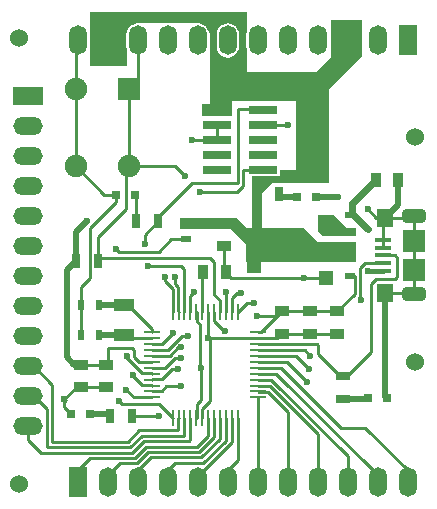
<source format=gtl>
G04 Layer_Physical_Order=1*
G04 Layer_Color=255*
%FSLAX44Y44*%
%MOMM*%
G71*
G01*
G75*
%ADD10R,1.3000X1.3000*%
%ADD11R,1.3000X3.8000*%
%ADD12R,1.3500X0.4000*%
%ADD13R,1.4000X1.6000*%
%ADD14R,1.9000X1.9000*%
%ADD15R,2.4000X0.7400*%
%ADD16R,0.2900X1.3500*%
%ADD17R,1.3500X0.2900*%
%ADD18R,1.3000X0.9000*%
%ADD19R,0.7000X1.3000*%
%ADD20R,0.9000X0.6000*%
%ADD21R,0.9000X1.3000*%
%ADD22R,0.8000X0.8000*%
%ADD23R,1.3000X0.7000*%
%ADD24R,1.8000X1.0000*%
%ADD25R,0.6000X0.9000*%
%ADD26C,0.2540*%
%ADD27C,0.5000*%
%ADD28C,0.4000*%
%ADD29C,0.6000*%
%ADD30C,1.5240*%
%ADD31O,1.5000X2.5000*%
%ADD32R,1.5000X2.5000*%
G04:AMPARAMS|DCode=33|XSize=2mm|YSize=1.2mm|CornerRadius=0.36mm|HoleSize=0mm|Usage=FLASHONLY|Rotation=180.000|XOffset=0mm|YOffset=0mm|HoleType=Round|Shape=RoundedRectangle|*
%AMROUNDEDRECTD33*
21,1,2.0000,0.4800,0,0,180.0*
21,1,1.2800,1.2000,0,0,180.0*
1,1,0.7200,-0.6400,0.2400*
1,1,0.7200,0.6400,0.2400*
1,1,0.7200,0.6400,-0.2400*
1,1,0.7200,-0.6400,-0.2400*
%
%ADD33ROUNDEDRECTD33*%
%ADD34O,2.5000X1.5000*%
%ADD35R,2.5000X1.5000*%
%ADD36C,1.9000*%
%ADD37C,0.6000*%
G36*
X538000Y473000D02*
X546000Y473000D01*
Y466000D01*
X518000D01*
X514000Y470000D01*
Y484000D01*
X527000D01*
X538000Y473000D01*
D02*
G37*
G36*
X454000Y640905D02*
X453413Y639488D01*
X453086Y637000D01*
Y627000D01*
X453413Y624512D01*
X454000Y623095D01*
Y605000D01*
X512000Y605000D01*
X525000Y618000D01*
Y649000D01*
X551000Y649000D01*
X551000Y619000D01*
X523000Y591000D01*
Y511000D01*
X475000D01*
X466000Y502000D01*
Y473000D01*
X502000D01*
X514000Y461000D01*
X546000Y461000D01*
X546000Y444000D01*
X453000Y444000D01*
X453000Y459000D01*
X440000Y472000D01*
X397000D01*
Y482000D01*
X445000D01*
X454000Y473000D01*
X458000D01*
Y516828D01*
X479500D01*
X480293Y516986D01*
X480965Y517435D01*
X481414Y518107D01*
X481572Y518900D01*
Y522000D01*
X495000D01*
Y581000D01*
X441000Y581000D01*
X441000Y568000D01*
X416000D01*
X416000Y578000D01*
X422000D01*
Y638000D01*
X421289Y638711D01*
X421187Y639488D01*
X420226Y641807D01*
X418698Y643798D01*
X416707Y645326D01*
X414388Y646287D01*
X413611Y646389D01*
X413000Y647000D01*
X360000D01*
X359466Y646399D01*
X358612Y646287D01*
X356293Y645326D01*
X354302Y643798D01*
X352774Y641807D01*
X351813Y639488D01*
X351486Y637000D01*
Y627000D01*
X351813Y624512D01*
X352000Y624061D01*
Y610000D01*
X321000D01*
Y656000D01*
X454000D01*
Y640905D01*
D02*
G37*
%LPC*%
G36*
X437300Y646614D02*
X434812Y646287D01*
X432493Y645326D01*
X430502Y643798D01*
X428974Y641807D01*
X428013Y639488D01*
X427686Y637000D01*
Y627000D01*
X428013Y624512D01*
X428974Y622193D01*
X430502Y620202D01*
X432493Y618674D01*
X434812Y617713D01*
X437300Y617386D01*
X439788Y617713D01*
X442107Y618674D01*
X444098Y620202D01*
X445626Y622193D01*
X446587Y624512D01*
X446914Y627000D01*
Y637000D01*
X446587Y639488D01*
X445626Y641807D01*
X444098Y643798D01*
X442107Y645326D01*
X439788Y646287D01*
X437300Y646614D01*
D02*
G37*
%LPD*%
D10*
X520500Y477000D02*
D03*
Y454000D02*
D03*
Y431000D02*
D03*
D11*
X459500Y454000D02*
D03*
D12*
X568625Y437000D02*
D03*
Y443500D02*
D03*
Y450000D02*
D03*
Y456500D02*
D03*
Y463000D02*
D03*
D13*
X570875Y418000D02*
D03*
Y482000D02*
D03*
D14*
X595375Y438000D02*
D03*
Y462000D02*
D03*
X353500Y590500D02*
D03*
D15*
X467500Y522600D02*
D03*
Y535300D02*
D03*
Y548000D02*
D03*
Y560700D02*
D03*
Y573400D02*
D03*
X428500Y522600D02*
D03*
Y535300D02*
D03*
Y548000D02*
D03*
Y560700D02*
D03*
Y573400D02*
D03*
D16*
X390760Y402230D02*
D03*
X395760D02*
D03*
X400760D02*
D03*
X405760D02*
D03*
X410760D02*
D03*
X415760D02*
D03*
X420760D02*
D03*
X425760D02*
D03*
X430760D02*
D03*
X435760D02*
D03*
X440760D02*
D03*
X445760D02*
D03*
Y312230D02*
D03*
X440760D02*
D03*
X435760D02*
D03*
X430760D02*
D03*
X425760D02*
D03*
X420760D02*
D03*
X415760D02*
D03*
X410760D02*
D03*
X405760D02*
D03*
X400760D02*
D03*
X395760D02*
D03*
X390760D02*
D03*
D17*
X463260Y384730D02*
D03*
Y379730D02*
D03*
Y374730D02*
D03*
Y369730D02*
D03*
Y364730D02*
D03*
Y359730D02*
D03*
Y354730D02*
D03*
Y349730D02*
D03*
Y344730D02*
D03*
Y339730D02*
D03*
Y334730D02*
D03*
Y329730D02*
D03*
X373260D02*
D03*
Y334730D02*
D03*
Y339730D02*
D03*
Y344730D02*
D03*
Y349730D02*
D03*
Y354730D02*
D03*
Y359730D02*
D03*
Y364730D02*
D03*
Y369730D02*
D03*
Y374730D02*
D03*
Y379730D02*
D03*
Y384730D02*
D03*
D18*
X313000Y338500D02*
D03*
Y357500D02*
D03*
X334000Y338500D02*
D03*
Y357500D02*
D03*
X434000Y476500D02*
D03*
Y457500D02*
D03*
X507000Y383500D02*
D03*
Y402500D02*
D03*
X483000Y383500D02*
D03*
Y402500D02*
D03*
X530000Y383500D02*
D03*
Y402500D02*
D03*
D19*
X327500Y445000D02*
D03*
X308500D02*
D03*
X480500Y502000D02*
D03*
X461500D02*
D03*
X337500Y314000D02*
D03*
X356500D02*
D03*
X359500Y479000D02*
D03*
X378500D02*
D03*
D20*
X402000Y463500D02*
D03*
Y478500D02*
D03*
X541000Y432500D02*
D03*
Y447500D02*
D03*
Y469500D02*
D03*
Y484500D02*
D03*
D21*
X435500Y436000D02*
D03*
X416500D02*
D03*
X581500Y514000D02*
D03*
X562500D02*
D03*
D22*
X496000Y499000D02*
D03*
X512000D02*
D03*
X321000Y316000D02*
D03*
X305000D02*
D03*
X359000Y501000D02*
D03*
X343000D02*
D03*
X556000Y329000D02*
D03*
X572000D02*
D03*
D23*
X535000Y328500D02*
D03*
Y347500D02*
D03*
D24*
X349680Y382830D02*
D03*
Y407830D02*
D03*
D25*
X312970Y382630D02*
D03*
X327970D02*
D03*
X312970Y408030D02*
D03*
X327970D02*
D03*
D26*
X299000Y326000D02*
X300500Y327500D01*
X299000Y322000D02*
Y326000D01*
Y322000D02*
X305000Y316000D01*
X299000Y328000D02*
X309500Y338500D01*
X313000D01*
X421062Y379698D02*
X463228D01*
X463260Y379730D01*
X421030D02*
X421062Y379698D01*
X434000Y386000D02*
X435000D01*
X425760Y394240D02*
X434000Y386000D01*
X411008Y323814D02*
X415000Y327805D01*
X411008Y312478D02*
Y323814D01*
X381378Y344978D02*
X390400Y354000D01*
X395000D01*
X414000Y356000D02*
Y391120D01*
Y356000D02*
X415000Y355000D01*
Y327805D02*
Y355000D01*
X411008Y394112D02*
X414000Y391120D01*
X415940Y320280D02*
X422302Y326642D01*
Y378458D01*
X421030Y379730D02*
X422302Y378458D01*
X420760Y380000D02*
X421030Y379730D01*
X356500Y314000D02*
X379000D01*
X425760Y394240D02*
Y402230D01*
X348000Y324000D02*
X378990D01*
X345000Y327000D02*
X348000Y324000D01*
X378990D02*
X390760Y312230D01*
X379000Y453000D02*
X389500Y463500D01*
X345000Y453000D02*
X379000D01*
X343000Y455000D02*
X345000Y453000D01*
X480500Y502000D02*
X483500Y499000D01*
X445466Y504000D02*
X450572Y509106D01*
X414000Y504000D02*
X445466D01*
X450572Y522600D02*
X467500D01*
X450572Y509106D02*
Y522600D01*
X446000Y574000D02*
X466900D01*
X446000Y511000D02*
Y574000D01*
X407000Y511000D02*
X446000D01*
X330500Y448000D02*
X422000D01*
X378500Y482500D02*
X407000Y511000D01*
X343000Y495088D02*
Y501000D01*
X320698Y472786D02*
X343000Y495088D01*
X351000Y489000D02*
Y523000D01*
X327500Y465500D02*
X351000Y489000D01*
X327500Y445000D02*
Y465500D01*
X351000Y523000D02*
X353500Y525500D01*
X392500D02*
X401000Y517000D01*
X353500Y525500D02*
X392500D01*
X378500Y479000D02*
Y482500D01*
X307500Y357500D02*
X313000D01*
X410760Y312230D02*
X411008Y312478D01*
X410760Y402230D02*
X411008Y401982D01*
Y394112D02*
Y401982D01*
X415940Y312410D02*
Y320280D01*
X420760Y380000D02*
Y402230D01*
X407000Y548000D02*
X428500D01*
X538900Y626900D02*
Y632000D01*
X498000Y586000D02*
X538900Y626900D01*
X553588Y443500D02*
X568625D01*
X549698Y439610D02*
X553588Y443500D01*
X549698Y412302D02*
Y439610D01*
Y412302D02*
X550000Y412000D01*
X310300Y268000D02*
X320674Y278374D01*
X268000Y294000D02*
X279054Y282946D01*
X284000Y287518D02*
Y319700D01*
X288572Y292090D02*
X352861D01*
X288572D02*
Y340528D01*
X405760Y415760D02*
X409000Y419000D01*
X415760Y402230D02*
Y435260D01*
X400760Y402230D02*
Y438240D01*
X405760Y402230D02*
Y415760D01*
X392999Y425987D02*
X395512Y423474D01*
Y402478D02*
Y423474D01*
X384000Y428520D02*
X390760Y421760D01*
Y402230D02*
Y421760D01*
X392999Y425987D02*
Y431999D01*
X384000Y428520D02*
Y432000D01*
X367000Y467500D02*
X378500Y479000D01*
X367000Y460000D02*
Y467500D01*
X559000Y425795D02*
X563205Y430000D01*
X559000Y368000D02*
Y425795D01*
X538500Y347500D02*
X559000Y368000D01*
X352380Y379730D02*
X373260D01*
X349480Y382630D02*
X352380Y379730D01*
X312970Y382630D02*
Y408030D01*
X420512Y311982D02*
X420760Y312230D01*
X425512Y311982D02*
X425760Y312230D01*
X430512Y311982D02*
X430760Y312230D01*
X435512Y311982D02*
X435760Y312230D01*
X445760Y276460D02*
Y312230D01*
X437300Y268000D02*
X445760Y276460D01*
X411900Y268000D02*
X417000D01*
X440760Y291760D02*
Y312230D01*
X435512Y292978D02*
Y311982D01*
X430512Y294444D02*
Y311982D01*
X425512Y295909D02*
Y311982D01*
X463260Y268560D02*
Y329730D01*
Y334730D02*
X463508Y334482D01*
X463260Y339730D02*
X463508Y339482D01*
X463260Y344730D02*
X463508Y344482D01*
Y334482D02*
X471378D01*
X488100Y317760D01*
Y268000D02*
Y317760D01*
X463508Y339482D02*
X472843D01*
X513500Y298825D01*
Y268000D02*
Y298825D01*
X463508Y344482D02*
X474309D01*
X538900Y279891D01*
Y268000D02*
Y279891D01*
X463260Y349730D02*
X478270D01*
X560000Y268000D01*
X564300D01*
X463260Y354730D02*
X482270D01*
X533000Y304000D01*
X553700D01*
X589700Y268000D01*
X417000D02*
X440760Y291760D01*
X405512Y311982D02*
X405760Y312230D01*
X313000Y338500D02*
X336000D01*
X395512Y312478D02*
X395760Y312230D01*
X268000Y361100D02*
X288572Y340528D01*
X335700Y268000D02*
X340466D01*
X405512Y293512D02*
Y311982D01*
X420512Y297375D02*
Y311982D01*
X400760Y297760D02*
Y312230D01*
X386500Y268000D02*
X392500Y274000D01*
X416534D01*
X435512Y292978D01*
X361100Y268000D02*
X372100Y279000D01*
X415068D01*
X430512Y294444D01*
X268000Y335700D02*
X284000Y319700D01*
X404716Y292716D02*
X405512Y293512D01*
X400288Y297288D02*
X400760Y297760D01*
X370206Y283572D02*
X413175D01*
X425512Y295909D01*
X360436Y273802D02*
X370206Y283572D01*
X340466Y268000D02*
X346268Y273802D01*
X360436D01*
X320674Y278374D02*
X358542D01*
X368312Y288144D01*
X411281D01*
X420512Y297375D01*
X279054Y282946D02*
X356649D01*
X366419Y292716D01*
X404716D01*
X284000Y287518D02*
X354755D01*
X364525Y297288D01*
X400288D01*
X395512Y311982D02*
X395760Y312230D01*
X268000Y294000D02*
Y310300D01*
X352861Y292090D02*
X362631Y301860D01*
X395386D01*
X395512Y301986D01*
Y311982D01*
X372516Y359978D02*
X373012Y359482D01*
Y334978D02*
X373260Y334730D01*
X373012Y344978D02*
X373260Y344730D01*
X373012Y349978D02*
X373260Y349730D01*
X357868Y329730D02*
X373260D01*
X373012Y334978D02*
X381378D01*
X385400Y339000D01*
X398000D01*
X373012Y344978D02*
X381378D01*
X373012Y339978D02*
X373260Y339730D01*
X351598Y336000D02*
X357868Y329730D01*
X345000Y325500D02*
Y327000D01*
X373260Y354730D02*
X384664D01*
X392934Y363000D01*
X398000D01*
X373260Y364730D02*
X388198D01*
X395467Y371999D02*
X397999D01*
X388198Y364730D02*
X395467Y371999D01*
X373260Y369730D02*
X386730D01*
X373260Y374730D02*
X381730D01*
X351000Y336000D02*
X351598D01*
X364934Y349978D02*
X373012D01*
X365142Y339978D02*
X373012D01*
X357000Y348120D02*
Y349000D01*
Y348120D02*
X365142Y339978D01*
X351000Y363912D02*
X364934Y349978D01*
X351000Y363912D02*
X351999Y364912D01*
Y364999D01*
X313000Y357500D02*
X336000D01*
X359500Y479000D02*
Y500500D01*
X359000Y501000D02*
X359500Y500500D01*
X333000Y501000D02*
X343000D01*
X308500Y525500D02*
X333000Y501000D01*
X312970Y408030D02*
Y422970D01*
X463260Y379730D02*
X479230D01*
X483000Y383500D01*
X507000D01*
X530000D01*
X463260Y384730D02*
X465230D01*
X483000Y402500D02*
X507000D01*
X530000D01*
X545000Y417500D01*
X463260Y369730D02*
X502672D01*
X463260Y364730D02*
X495270D01*
X358301Y363699D02*
X362022Y359978D01*
X372516D01*
X463260Y359730D02*
X487270D01*
X495270Y364730D02*
X506000Y354000D01*
X502672Y369730D02*
X507402Y365000D01*
X487270Y359730D02*
X504201Y342799D01*
X461500Y454000D02*
X535500D01*
X542000Y447500D01*
X461500Y454000D02*
Y502000D01*
X434000Y476500D02*
X439000D01*
X461500Y454000D01*
X415760Y435260D02*
X416500Y436000D01*
X570875Y330125D02*
X572000Y329000D01*
X570875Y418000D02*
X594375D01*
X595375Y462000D02*
Y483000D01*
X594375Y482000D02*
X595375Y483000D01*
X570875Y482000D02*
X594375D01*
X568625Y456500D02*
Y463000D01*
X594375Y418000D02*
X595375Y419000D01*
Y438000D01*
Y462000D01*
X568625Y463000D02*
Y479750D01*
X570875Y482000D01*
X579000Y430000D02*
X581000Y432000D01*
X568625Y450000D02*
X579000D01*
X581000Y448000D01*
Y432000D02*
Y448000D01*
X430512Y402478D02*
X430760Y402230D01*
X430512Y402478D02*
Y412282D01*
X426000Y416794D02*
X430512Y412282D01*
X426000Y416794D02*
Y444000D01*
X327500Y445000D02*
X330500Y448000D01*
X422000D02*
X426000Y444000D01*
X395512Y402478D02*
X395760Y402230D01*
X398000Y441000D02*
X400760Y438240D01*
X466900Y574000D02*
X467500Y573400D01*
X389500Y463500D02*
X399000D01*
X370000Y441000D02*
X398000D01*
X402000Y478500D02*
X432000D01*
X434000Y476500D01*
Y437500D02*
Y457500D01*
Y437500D02*
X435500Y436000D01*
X440500Y431000D01*
X522500D01*
X462000Y399000D02*
X479500D01*
X483000Y402500D01*
X465230Y384730D02*
X479500Y399000D01*
X399000Y382000D02*
X404000D01*
X386730Y369730D02*
X399000Y382000D01*
X381730Y374730D02*
X390999Y383999D01*
X353500Y525500D02*
Y590500D01*
X361100Y598100D01*
Y632000D01*
X349680Y407830D02*
X353170D01*
X373260Y384730D02*
Y387740D01*
X353170Y407830D02*
X373260Y387740D01*
X308500Y590500D02*
Y630200D01*
X310300Y632000D01*
X308500Y525500D02*
Y590500D01*
X467800Y561000D02*
X468800Y560000D01*
X488000D01*
X435760Y402230D02*
Y419240D01*
X445760Y402230D02*
X453530Y410000D01*
X460000D01*
X440760Y402230D02*
Y413760D01*
X445000Y418000D01*
X449000D01*
X563000Y482000D02*
X570875D01*
X556000Y489000D02*
X563000Y482000D01*
X535000Y347500D02*
X538500D01*
X532500D02*
X535000D01*
X513704Y366296D02*
X532500Y347500D01*
X513704Y366296D02*
Y374296D01*
X513270Y374730D02*
X513704Y374296D01*
X463260Y374730D02*
X513270D01*
X545000Y417500D02*
Y432500D01*
X563205Y430000D02*
X579000D01*
X428500Y548000D02*
Y560700D01*
X426498Y575402D02*
Y639502D01*
Y575402D02*
X428500Y573400D01*
X473500Y514000D02*
X494000D01*
X461500Y502000D02*
X473500Y514000D01*
X494000D02*
X498000Y518000D01*
X428500Y573400D02*
X441100Y586000D01*
X498000D01*
Y518000D02*
Y586000D01*
X415760Y312230D02*
X415940Y312410D01*
X336000Y371301D02*
X356699D01*
X358301Y369699D01*
Y363699D02*
Y369699D01*
X336000Y357500D02*
Y371301D01*
X335700Y632000D02*
X351700Y648000D01*
X418000D01*
X426498Y639502D01*
X320698Y430698D02*
Y472786D01*
X312970Y422970D02*
X320698Y430698D01*
D27*
X308500Y469500D02*
X318000Y479000D01*
X308500Y445000D02*
Y469500D01*
X483500Y499000D02*
X496000D01*
X321000Y316000D02*
X335500D01*
X301000Y437500D02*
X308500Y445000D01*
X301000Y364000D02*
Y437500D01*
Y364000D02*
X307500Y357500D01*
X328170Y407830D02*
X349680D01*
X327970Y382630D02*
X349480D01*
X535000Y328500D02*
X555500D01*
X570875Y330125D02*
Y418000D01*
X581500Y492625D02*
Y514000D01*
X570875Y482000D02*
X581500Y492625D01*
X512000Y499000D02*
X531000D01*
D28*
X556000Y437000D02*
X568625D01*
X522500Y477000D02*
X525000D01*
X533500Y468500D01*
X542000D01*
D29*
X543000Y485000D02*
X556000Y472000D01*
X543000Y485000D02*
Y494500D01*
X562500Y514000D01*
D30*
X596000Y550000D02*
D03*
Y360000D02*
D03*
X261000Y634000D02*
D03*
Y256000D02*
D03*
D31*
X310300Y632000D02*
D03*
X335700D02*
D03*
X361100D02*
D03*
X386500D02*
D03*
X411900D02*
D03*
X437300D02*
D03*
X462700D02*
D03*
X488100D02*
D03*
X513500D02*
D03*
X538900D02*
D03*
X564300D02*
D03*
X589700Y258000D02*
D03*
X564300D02*
D03*
X538900D02*
D03*
X513500D02*
D03*
X488100D02*
D03*
X462700D02*
D03*
X437300D02*
D03*
X411900D02*
D03*
X386500D02*
D03*
X361100D02*
D03*
X335700D02*
D03*
D32*
X589700Y632000D02*
D03*
X310300Y258000D02*
D03*
D33*
X595375Y417000D02*
D03*
Y483000D02*
D03*
D34*
X268000Y305300D02*
D03*
Y330700D02*
D03*
Y356100D02*
D03*
Y381500D02*
D03*
Y406900D02*
D03*
Y432300D02*
D03*
Y457700D02*
D03*
Y483100D02*
D03*
Y508500D02*
D03*
Y533900D02*
D03*
Y559300D02*
D03*
D35*
Y584700D02*
D03*
D36*
X353500Y525500D02*
D03*
X308500D02*
D03*
Y590500D02*
D03*
D37*
X435000Y386000D02*
D03*
X395000Y354000D02*
D03*
X415000Y355000D02*
D03*
X421030Y379730D02*
D03*
X379000Y314000D02*
D03*
X299000Y328000D02*
D03*
X343000Y455000D02*
D03*
X414000Y504000D02*
D03*
X401000Y517000D02*
D03*
X407000Y548000D02*
D03*
X502000Y431000D02*
D03*
X556000Y472000D02*
D03*
Y437000D02*
D03*
X550000Y412000D02*
D03*
X409000Y419000D02*
D03*
X367000Y460000D02*
D03*
X398000Y339000D02*
D03*
X345000Y327000D02*
D03*
X398000Y363000D02*
D03*
X397999Y371999D02*
D03*
X351000Y336000D02*
D03*
X357000Y349000D02*
D03*
X351999Y364999D02*
D03*
X504402Y343000D02*
D03*
X506000Y354000D02*
D03*
X507402Y365000D02*
D03*
X392999Y431999D02*
D03*
X384000Y432000D02*
D03*
X370000Y441000D02*
D03*
X462000Y399000D02*
D03*
X404000Y382000D02*
D03*
X390999Y383999D02*
D03*
X460000Y410000D02*
D03*
X488000Y560000D02*
D03*
X435760Y419240D02*
D03*
X449000Y418000D02*
D03*
X556000Y489000D02*
D03*
X531000Y499000D02*
D03*
X318000Y479000D02*
D03*
M02*

</source>
